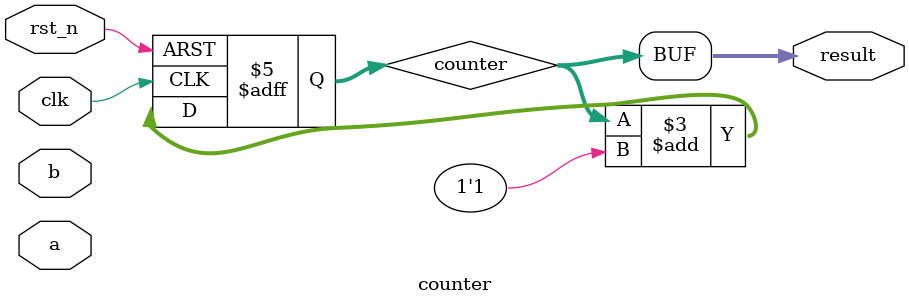
<source format=sv>

`timescale 1ns/1ps
module counter
	#(	parameter OUTPUT_WIDTH = 2) (
	input wire clk,
	input wire rst_n,
	input wire a,
	input wire b,
	output wire [OUTPUT_WIDTH-1:0] result
);
// Counter Parameters
parameter COUNTER_WIDTH = 2;

// Variable Declaration
//(* noprune *) reg [COUNTER_WIDTH-1:0] counter = 0;
reg [COUNTER_WIDTH-1:0] counter = 0;

// Output Assignment
assign result = counter[COUNTER_WIDTH-1:COUNTER_WIDTH-2];

always @(posedge clk or negedge rst_n) begin
	if(!rst_n) begin	
		// Need to have in order reset into known state post PR Reset
		counter <= 0;
	end
	else begin
		counter <= counter + 1'b1;		
	end
end

endmodule
</source>
